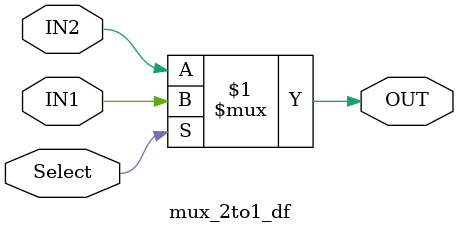
<source format=v>
/*
Modeling:
	Switch Level [MOS simulation]
	Gate Level modeling [ primitive logic gate ]
	Dataflow   modeling [ assign ]
	Behavioral modeling [ always ] [ Sequential Circuit ]
	
	Dataflow + Behavioral => RTL (Register transfer level)
*/

/*
Basic Gates
    and, nand, or, nor, xor, xnor, not, buf
  Tri-state
    bufif0, bufif1, notif0, notif1
*/

module 
mux_2to1_df(OUT, IN1, IN2, Select);  //<- semicolon !!

   input   IN1, IN2, Select;
   output  OUT;
   
   assign OUT = Select ? IN1 : IN2;

endmodule  //<- NO semicolon !!
</source>
